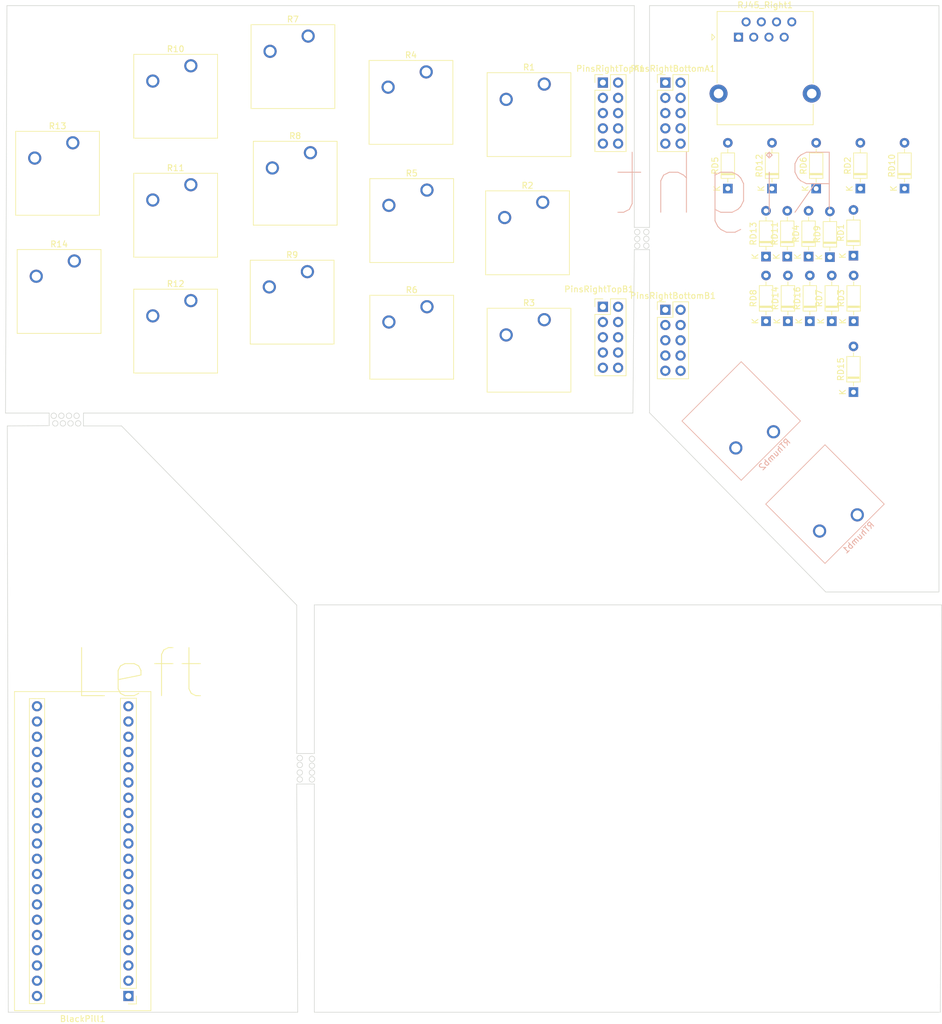
<source format=kicad_pcb>
(kicad_pcb (version 20211014) (generator pcbnew)
  (layers (0 "F.Cu" signal) (31 "B.Cu" signal) (34 "B.Paste" user) (35 "F.Paste" user) (36 "B.SilkS" user "B.Silkscreen") (37 "F.SilkS" user "F.Silkscreen") (38 "B.Mask" user) (39 "F.Mask" user) (44 "Edge.Cuts" user))
  (net 0 "")
  (net 1 "/RBC1")
  (net 2 "/RBC2")
  (net 3 "/RB1")
  (net 4 "/RB4")
  (net 5 "/RB2")
  (net 6 "/RB5")
  (net 7 "/RB3")
  (net 8 "/RB6")
  (net 11 "/RBC3")
  (net 12 "/RBC4")
  (net 13 "/RB7")
  (net 14 "/RB10")
  (net 15 "/RB8")
  (net 16 "/RB11")
  (net 17 "/RB9")
  (net 18 "/RB12")
  (net 19 "/RB13")
  (net 20 "/RB14")
  (net 21 "/RTC1")
  (net 22 "/RTC2")
  (net 23 "/RT1")
  (net 24 "/RT4")
  (net 25 "/RT2")
  (net 26 "/RT5")
  (net 27 "/RT3")
  (net 28 "/RT6")
  (net 31 "/RTC3")
  (net 32 "/RTC4")
  (net 33 "/RT7")
  (net 34 "/RT10")
  (net 35 "/RT8")
  (net 36 "/RT11")
  (net 37 "/RT9")
  (net 38 "/RT12")
  (net 39 "/RT13")
  (net 40 "/RT14")
  (net 41 "/RR1")
  (net 42 "/RR2")
  (net 43 "/RR3")
  (net 44 "/RR4")
  (net 45 "/RBT1")
  (net 46 "/RBT2")
  (net 47 "GNDREF")
  (footprint "Diode_THT:D_DO-35_SOD27_P7.62mm_Horizontal" (layer "F.Cu") (at 153.295 62.636 90)
    (fp_text reference "RD4" (at 3.81 -2.12 90) (layer "F.SilkS"))
    (fp_text value "DIODE")
    (fp_text user "K" (at 0 -1.8 90) (layer "F.SilkS"))
    (pad "1" thru_hole rect (at 0 0 90) (size 1.6 1.6) (drill 0.8) (layers *.Cu *.Mask) (net 14 "/RB10"))
    (pad "2" thru_hole oval (at 7.62 0 90) (size 1.6 1.6) (drill 0.8) (layers *.Cu *.Mask) (net 41 "/RR1"))
  )
  (footprint "Connector_PinHeader_2.54mm:PinHeader_2x05_P2.54mm_Vertical" (layer "F.Cu") (at 118.994 70.998)
    (fp_text reference "PinsRightTopB1" (at -0.63 -2.926) (layer "F.SilkS"))
    (fp_text value "Conn_02x05_Odd_Even")
    (pad "1" thru_hole rect (at 0 0) (size 1.7 1.7) (drill 1) (layers *.Cu *.Mask) (net 31 "/RTC3"))
    (pad "2" thru_hole oval (at 2.54 0) (size 1.7 1.7) (drill 1) (layers *.Cu *.Mask) (net 32 "/RTC4"))
    (pad "3" thru_hole oval (at 0 2.54) (size 1.7 1.7) (drill 1) (layers *.Cu *.Mask) (net 33 "/RT7"))
    (pad "4" thru_hole oval (at 2.54 2.54) (size 1.7 1.7) (drill 1) (layers *.Cu *.Mask) (net 34 "/RT10"))
    (pad "5" thru_hole oval (at 0 5.08) (size 1.7 1.7) (drill 1) (layers *.Cu *.Mask) (net 35 "/RT8"))
    (pad "6" thru_hole oval (at 2.54 5.08) (size 1.7 1.7) (drill 1) (layers *.Cu *.Mask) (net 36 "/RT11"))
    (pad "7" thru_hole oval (at 0 7.62) (size 1.7 1.7) (drill 1) (layers *.Cu *.Mask) (net 37 "/RT9"))
    (pad "8" thru_hole oval (at 2.54 7.62) (size 1.7 1.7) (drill 1) (layers *.Cu *.Mask) (net 38 "/RT12"))
    (pad "9" thru_hole oval (at 0 10.16) (size 1.7 1.7) (drill 1) (layers *.Cu *.Mask) (net 39 "/RT13"))
    (pad "10" thru_hole oval (at 2.54 10.16) (size 1.7 1.7) (drill 1) (layers *.Cu *.Mask) (net 40 "/RT14"))
  )
  (footprint "Diode_THT:D_DO-35_SOD27_P7.62mm_Horizontal" (layer "F.Cu") (at 156.845 62.738 90)
    (fp_text reference "RD9" (at 3.81 -2.12 90) (layer "F.SilkS"))
    (fp_text value "DIODE")
    (fp_text user "K" (at 0 -1.8 90) (layer "F.SilkS"))
    (pad "1" thru_hole rect (at 0 0 90) (size 1.6 1.6) (drill 0.8) (layers *.Cu *.Mask) (net 7 "/RB3"))
    (pad "2" thru_hole oval (at 7.62 0 90) (size 1.6 1.6) (drill 0.8) (layers *.Cu *.Mask) (net 43 "/RR3"))
  )
  (footprint "Connector_PinHeader_2.54mm:PinHeader_2x05_P2.54mm_Vertical" (layer "F.Cu") (at 129.408 71.501)
    (fp_text reference "PinsRightBottomB1" (at 1.27 -2.33) (layer "F.SilkS"))
    (fp_text value "Conn_02x05_Odd_Even")
    (pad "1" thru_hole rect (at 0 0) (size 1.7 1.7) (drill 1) (layers *.Cu *.Mask) (net 11 "/RBC3"))
    (pad "2" thru_hole oval (at 2.54 0) (size 1.7 1.7) (drill 1) (layers *.Cu *.Mask) (net 12 "/RBC4"))
    (pad "3" thru_hole oval (at 0 2.54) (size 1.7 1.7) (drill 1) (layers *.Cu *.Mask) (net 13 "/RB7"))
    (pad "4" thru_hole oval (at 2.54 2.54) (size 1.7 1.7) (drill 1) (layers *.Cu *.Mask) (net 14 "/RB10"))
    (pad "5" thru_hole oval (at 0 5.08) (size 1.7 1.7) (drill 1) (layers *.Cu *.Mask) (net 15 "/RB8"))
    (pad "6" thru_hole oval (at 2.54 5.08) (size 1.7 1.7) (drill 1) (layers *.Cu *.Mask) (net 16 "/RB11"))
    (pad "7" thru_hole oval (at 0 7.62) (size 1.7 1.7) (drill 1) (layers *.Cu *.Mask) (net 17 "/RB9"))
    (pad "8" thru_hole oval (at 2.54 7.62) (size 1.7 1.7) (drill 1) (layers *.Cu *.Mask) (net 18 "/RB12"))
    (pad "9" thru_hole oval (at 0 10.16) (size 1.7 1.7) (drill 1) (layers *.Cu *.Mask) (net 19 "/RB13"))
    (pad "10" thru_hole oval (at 2.54 10.16) (size 1.7 1.7) (drill 1) (layers *.Cu *.Mask) (net 20 "/RB14"))
  )
  (footprint "Diode_THT:D_DO-35_SOD27_P7.62mm_Horizontal" (layer "F.Cu") (at 146.195 62.636 90)
    (fp_text reference "RD13" (at 3.81 -2.12 90) (layer "F.SilkS"))
    (fp_text value "DIODE")
    (fp_text user "K" (at 0 -1.8 90) (layer "F.SilkS"))
    (pad "1" thru_hole rect (at 0 0 90) (size 1.6 1.6) (drill 0.8) (layers *.Cu *.Mask) (net 19 "/RB13"))
    (pad "2" thru_hole oval (at 7.62 0 90) (size 1.6 1.6) (drill 0.8) (layers *.Cu *.Mask) (net 44 "/RR4"))
  )
  (footprint "Button_Switch_Keyboard:SW_Cherry_MX_1.00u_PCB" (layer "F.Cu") (at 89.662 51.562)
    (fp_text reference "R5" (at -2.54 -2.794) (layer "F.SilkS"))
    (fp_text value "SW_Push")
    (pad "" np_thru_hole circle (at -7.62 5.08) (size 1.7 1.7) (drill 1.7) (layers *.Cu *.Mask))
    (pad "" np_thru_hole circle (at 2.54 5.08) (size 1.7 1.7) (drill 1.7) (layers *.Cu *.Mask))
    (pad "" np_thru_hole circle (at -2.54 5.08) (size 4 4) (drill 4) (layers *.Cu *.Mask))
    (pad "1" thru_hole circle (at 0 0) (size 2.2 2.2) (drill 1.5) (layers *.Cu *.Mask) (net 22 "/RTC2"))
    (pad "2" thru_hole circle (at -6.35 2.54) (size 2.2 2.2) (drill 1.5) (layers *.Cu *.Mask) (net 26 "/RT5"))
  )
  (footprint "Diode_THT:D_DO-35_SOD27_P7.62mm_Horizontal" (layer "F.Cu") (at 139.827 51.308 90)
    (fp_text reference "RD5" (at 3.81 -2.12 90) (layer "F.SilkS"))
    (fp_text value "DIODE")
    (fp_text user "K" (at 0 -1.8 90) (layer "F.SilkS"))
    (pad "1" thru_hole rect (at 0 0 90) (size 1.6 1.6) (drill 0.8) (layers *.Cu *.Mask) (net 5 "/RB2"))
    (pad "2" thru_hole oval (at 7.62 0 90) (size 1.6 1.6) (drill 0.8) (layers *.Cu *.Mask) (net 42 "/RR2"))
  )
  (footprint "Button_Switch_Keyboard:SW_Cherry_MX_1.00u_PCB" (layer "F.Cu") (at 69.723 65.151)
    (fp_text reference "R9" (at -2.54 -2.794) (layer "F.SilkS"))
    (fp_text value "SW_Push")
    (pad "" np_thru_hole circle (at -2.54 5.08) (size 4 4) (drill 4) (layers *.Cu *.Mask))
    (pad "" np_thru_hole circle (at -7.62 5.08) (size 1.7 1.7) (drill 1.7) (layers *.Cu *.Mask))
    (pad "" np_thru_hole circle (at 2.54 5.08) (size 1.7 1.7) (drill 1.7) (layers *.Cu *.Mask))
    (pad "1" thru_hole circle (at 0 0) (size 2.2 2.2) (drill 1.5) (layers *.Cu *.Mask) (net 31 "/RTC3"))
    (pad "2" thru_hole circle (at -6.35 2.54) (size 2.2 2.2) (drill 1.5) (layers *.Cu *.Mask) (net 37 "/RT9"))
  )
  (footprint "Button_Switch_Keyboard:SW_Cherry_MX_1.00u_PCB" (layer "F.Cu") (at 89.535 31.877)
    (fp_text reference "R4" (at -2.54 -2.794) (layer "F.SilkS"))
    (fp_text value "SW_Push")
    (pad "" np_thru_hole circle (at -2.54 5.08) (size 4 4) (drill 4) (layers *.Cu *.Mask))
    (pad "" np_thru_hole circle (at -7.62 5.08) (size 1.7 1.7) (drill 1.7) (layers *.Cu *.Mask))
    (pad "" np_thru_hole circle (at 2.54 5.08) (size 1.7 1.7) (drill 1.7) (layers *.Cu *.Mask))
    (pad "1" thru_hole circle (at 0 0) (size 2.2 2.2) (drill 1.5) (layers *.Cu *.Mask) (net 22 "/RTC2"))
    (pad "2" thru_hole circle (at -6.35 2.54) (size 2.2 2.2) (drill 1.5) (layers *.Cu *.Mask) (net 24 "/RT4"))
  )
  (footprint "Diode_THT:D_DO-35_SOD27_P7.62mm_Horizontal" (layer "F.Cu") (at 147.193 51.308 90)
    (fp_text reference "RD12" (at 3.81 -2.12 90) (layer "F.SilkS"))
    (fp_text value "DIODE")
    (fp_text user "K" (at 0 -1.8 90) (layer "F.SilkS"))
    (pad "1" thru_hole rect (at 0 0 90) (size 1.6 1.6) (drill 0.8) (layers *.Cu *.Mask) (net 18 "/RB12"))
    (pad "2" thru_hole oval (at 7.62 0 90) (size 1.6 1.6) (drill 0.8) (layers *.Cu *.Mask) (net 43 "/RR3"))
  )
  (footprint "Button_Switch_Keyboard:SW_Cherry_MX_1.00u_PCB" (layer "F.Cu") (at 89.662 70.993)
    (fp_text reference "R6" (at -2.54 -2.794) (layer "F.SilkS"))
    (fp_text value "SW_Push")
    (pad "" np_thru_hole circle (at -2.54 5.08) (size 4 4) (drill 4) (layers *.Cu *.Mask))
    (pad "" np_thru_hole circle (at -7.62 5.08) (size 1.7 1.7) (drill 1.7) (layers *.Cu *.Mask))
    (pad "" np_thru_hole circle (at 2.54 5.08) (size 1.7 1.7) (drill 1.7) (layers *.Cu *.Mask))
    (pad "1" thru_hole circle (at 0 0) (size 2.2 2.2) (drill 1.5) (layers *.Cu *.Mask) (net 22 "/RTC2"))
    (pad "2" thru_hole circle (at -6.35 2.54) (size 2.2 2.2) (drill 1.5) (layers *.Cu *.Mask) (net 28 "/RT6"))
  )
  (footprint "Button_Switch_Keyboard:SW_Cherry_MX_1.00u_PCB" (layer "F.Cu") (at 50.292 30.861)
    (fp_text reference "R10" (at -2.54 -2.794) (layer "F.SilkS"))
    (fp_text value "SW_Push")
    (pad "" np_thru_hole circle (at 2.54 5.08) (size 1.7 1.7) (drill 1.7) (layers *.Cu *.Mask))
    (pad "" np_thru_hole circle (at -7.62 5.08) (size 1.7 1.7) (drill 1.7) (layers *.Cu *.Mask))
    (pad "" np_thru_hole circle (at -2.54 5.08) (size 4 4) (drill 4) (layers *.Cu *.Mask))
    (pad "1" thru_hole circle (at 0 0) (size 2.2 2.2) (drill 1.5) (layers *.Cu *.Mask) (net 32 "/RTC4"))
    (pad "2" thru_hole circle (at -6.35 2.54) (size 2.2 2.2) (drill 1.5) (layers *.Cu *.Mask) (net 34 "/RT10"))
  )
  (footprint "Connector_PinHeader_2.54mm:PinHeader_2x05_P2.54mm_Vertical" (layer "F.Cu") (at 118.994 33.66)
    (fp_text reference "PinsRightTopA1" (at 1.27 -2.33) (layer "F.SilkS"))
    (fp_text value "Conn_02x05_Odd_Even")
    (pad "1" thru_hole rect (at 0 0) (size 1.7 1.7) (drill 1) (layers *.Cu *.Mask) (net 21 "/RTC1"))
    (pad "2" thru_hole oval (at 2.54 0) (size 1.7 1.7) (drill 1) (layers *.Cu *.Mask) (net 22 "/RTC2"))
    (pad "3" thru_hole oval (at 0 2.54) (size 1.7 1.7) (drill 1) (layers *.Cu *.Mask) (net 23 "/RT1"))
    (pad "4" thru_hole oval (at 2.54 2.54) (size 1.7 1.7) (drill 1) (layers *.Cu *.Mask) (net 24 "/RT4"))
    (pad "5" thru_hole oval (at 0 5.08) (size 1.7 1.7) (drill 1) (layers *.Cu *.Mask) (net 25 "/RT2"))
    (pad "6" thru_hole oval (at 2.54 5.08) (size 1.7 1.7) (drill 1) (layers *.Cu *.Mask) (net 26 "/RT5"))
    (pad "7" thru_hole oval (at 0 7.62) (size 1.7 1.7) (drill 1) (layers *.Cu *.Mask) (net 27 "/RT3"))
    (pad "8" thru_hole oval (at 2.54 7.62) (size 1.7 1.7) (drill 1) (layers *.Cu *.Mask) (net 28 "/RT6"))
    (pad "9" thru_hole oval (at 0 10.16) (size 1.7 1.7) (drill 1) (layers *.Cu *.Mask))
    (pad "10" thru_hole oval (at 2.54 10.16) (size 1.7 1.7) (drill 1) (layers *.Cu *.Mask))
  )
  (footprint "Button_Switch_Keyboard:SW_Cherry_MX_1.00u_PCB" (layer "F.Cu") (at 109.22 73.152)
    (fp_text reference "R3" (at -2.54 -2.794) (layer "F.SilkS"))
    (fp_text value "SW_Push")
    (pad "" np_thru_hole circle (at -7.62 5.08) (size 1.7 1.7) (drill 1.7) (layers *.Cu *.Mask))
    (pad "" np_thru_hole circle (at -2.54 5.08) (size 4 4) (drill 4) (layers *.Cu *.Mask))
    (pad "" np_thru_hole circle (at 2.54 5.08) (size 1.7 1.7) (drill 1.7) (layers *.Cu *.Mask))
    (pad "1" thru_hole circle (at 0 0) (size 2.2 2.2) (drill 1.5) (layers *.Cu *.Mask) (net 21 "/RTC1"))
    (pad "2" thru_hole circle (at -6.35 2.54) (size 2.2 2.2) (drill 1.5) (layers *.Cu *.Mask) (net 27 "/RT3"))
  )
  (footprint "Button_Switch_Keyboard:SW_Cherry_MX_1.00u_PCB" (layer "F.Cu") (at 108.966 53.594)
    (fp_text reference "R2" (at -2.54 -2.794) (layer "F.SilkS"))
    (fp_text value "SW_Push")
    (pad "" np_thru_hole circle (at 2.54 5.08) (size 1.7 1.7) (drill 1.7) (layers *.Cu *.Mask))
    (pad "" np_thru_hole circle (at -7.62 5.08) (size 1.7 1.7) (drill 1.7) (layers *.Cu *.Mask))
    (pad "" np_thru_hole circle (at -2.54 5.08) (size 4 4) (drill 4) (layers *.Cu *.Mask))
    (pad "1" thru_hole circle (at 0 0) (size 2.2 2.2) (drill 1.5) (layers *.Cu *.Mask) (net 21 "/RTC1"))
    (pad "2" thru_hole circle (at -6.35 2.54) (size 2.2 2.2) (drill 1.5) (layers *.Cu *.Mask) (net 25 "/RT2"))
  )
  (footprint "Diode_THT:D_DO-35_SOD27_P7.62mm_Horizontal" (layer "F.Cu") (at 160.782 62.484 90)
    (fp_text reference "RD1" (at 3.81 -2.12 90) (layer "F.SilkS"))
    (fp_text value "DIODE")
    (fp_text user "K" (at 0 -1.8 90) (layer "F.SilkS"))
    (pad "1" thru_hole rect (at 0 0 90) (size 1.6 1.6) (drill 0.8) (layers *.Cu *.Mask) (net 3 "/RB1"))
    (pad "2" thru_hole oval (at 7.62 0 90) (size 1.6 1.6) (drill 0.8) (layers *.Cu *.Mask) (net 41 "/RR1"))
  )
  (footprint "Diode_THT:D_DO-35_SOD27_P7.62mm_Horizontal" (layer "F.Cu") (at 160.782 85.217 90)
    (fp_text reference "RD15" (at 3.81 -2.12 90) (layer "F.SilkS"))
    (fp_text value "DIODE")
    (fp_text user "K" (at 0 -1.8 90) (layer "F.SilkS"))
    (pad "1" thru_hole rect (at 0 0 90) (size 1.6 1.6) (drill 0.8) (layers *.Cu *.Mask) (net 45 "/RBT1"))
    (pad "2" thru_hole oval (at 7.62 0 90) (size 1.6 1.6) (drill 0.8) (layers *.Cu *.Mask) (net 44 "/RR4"))
  )
  (footprint "Diode_THT:D_DO-35_SOD27_P7.62mm_Horizontal" (layer "F.Cu") (at 157.157 73.406 90)
    (fp_text reference "RD7" (at 3.81 -2.12 90) (layer "F.SilkS"))
    (fp_text value "DIODE")
    (fp_text user "K" (at 0 -1.8 90) (layer "F.SilkS"))
    (pad "1" thru_hole rect (at 0 0 90) (size 1.6 1.6) (drill 0.8) (layers *.Cu *.Mask) (net 15 "/RB8"))
    (pad "2" thru_hole oval (at 7.62 0 90) (size 1.6 1.6) (drill 0.8) (layers *.Cu *.Mask) (net 42 "/RR2"))
  )
  (footprint "Button_Switch_Keyboard:SW_Cherry_MX_1.00u_PCB" (layer "F.Cu") (at 50.292 69.977)
    (fp_text reference "R12" (at -2.54 -2.794) (layer "F.SilkS"))
    (fp_text value "SW_Push")
    (pad "" np_thru_hole circle (at 2.54 5.08) (size 1.7 1.7) (drill 1.7) (layers *.Cu *.Mask))
    (pad "" np_thru_hole circle (at -2.54 5.08) (size 4 4) (drill 4) (layers *.Cu *.Mask))
    (pad "" np_thru_hole circle (at -7.62 5.08) (size 1.7 1.7) (drill 1.7) (layers *.Cu *.Mask))
    (pad "1" thru_hole circle (at 0 0) (size 2.2 2.2) (drill 1.5) (layers *.Cu *.Mask) (net 32 "/RTC4"))
    (pad "2" thru_hole circle (at -6.35 2.54) (size 2.2 2.2) (drill 1.5) (layers *.Cu *.Mask) (net 38 "/RT12"))
  )
  (footprint "wasp:YAAJ_WeAct_BlackPill_2" (layer "F.Cu") (at 39.878 185.801 180)
    (fp_text reference "BlackPill1" (at 7.62 -3.81) (layer "F.SilkS"))
    (fp_text value "YAAJ_WeAct_BlackPill_Part_Like" hide)
    (pad "1" thru_hole rect (at 0 0 180) (size 1.7 1.7) (drill 1) (layers *.Cu *.Mask))
    (pad "2" thru_hole circle (at 0 2.54 180) (size 1.7 1.7) (drill 1) (layers *.Cu *.Mask))
    (pad "3" thru_hole circle (at 0 5.08 180) (size 1.7 1.7) (drill 1) (layers *.Cu *.Mask))
    (pad "4" thru_hole circle (at 0 7.62 180) (size 1.7 1.7) (drill 1) (layers *.Cu *.Mask))
    (pad "5" thru_hole circle (at 0 10.16 180) (size 1.7 1.7) (drill 1) (layers *.Cu *.Mask))
    (pad "6" thru_hole circle (at 0 12.7 180) (size 1.7 1.7) (drill 1) (layers *.Cu *.Mask))
    (pad "7" thru_hole circle (at 0 15.24 180) (size 1.7 1.7) (drill 1) (layers *.Cu *.Mask))
    (pad "8" thru_hole circle (at 0 17.78 180) (size 1.7 1.7) (drill 1) (layers *.Cu *.Mask))
    (pad "9" thru_hole circle (at 0 20.32 180) (size 1.7 1.7) (drill 1) (layers *.Cu *.Mask))
    (pad "10" thru_hole circle (at 0 22.86 180) (size 1.7 1.7) (drill 1) (layers *.Cu *.Mask))
    (pad "11" thru_hole circle (at 0 25.4 180) (size 1.7 1.7) (drill 1) (layers *.Cu *.Mask))
    (pad "12" thru_hole circle (at 0 27.94 180) (size 1.7 1.7) (drill 1) (layers *.Cu *.Mask))
    (pad "13" thru_hole circle (at 0 30.48 180) (size 1.7 1.7) (drill 1) (layers *.Cu *.Mask))
    (pad "14" thru_hole circle (at 0 33.02 180) (size 1.7 1.7) (drill 1) (layers *.Cu *.Mask))
    (pad "15" thru_hole circle (at 0 35.56 180) (size 1.7 1.7) (drill 1) (layers *.Cu *.Mask))
    (pad "16" thru_hole circle (at 0 38.1 180) (size 1.7 1.7) (drill 1) (layers *.Cu *.Mask))
    (pad "17" thru_hole circle (at 0 40.64 180) (size 1.7 1.7) (drill 1) (layers *.Cu *.Mask))
    (pad "18" thru_hole circle (at 0 43.18 180) (size 1.7 1.7) (drill 1) (layers *.Cu *.Mask))
    (pad "19" thru_hole circle (at 0 45.72 180) (size 1.7 1.7) (drill 1) (layers *.Cu *.Mask))
    (pad "20" thru_hole circle (at 0 48.26 180) (size 1.7 1.7) (drill 1) (layers *.Cu *.Mask))
    (pad "21" thru_hole circle (at 15.24 48.26 180) (size 1.7 1.7) (drill 1) (layers *.Cu *.Mask))
    (pad "22" thru_hole circle (at 15.24 45.72 180) (size 1.7 1.7) (drill 1) (layers *.Cu *.Mask))
    (pad "23" thru_hole circle (at 15.24 43.18 180) (size 1.7 1.7) (drill 1) (layers *.Cu *.Mask))
    (pad "24" thru_hole circle (at 15.24 40.64 180) (size 1.7 1.7) (drill 1) (layers *.Cu *.Mask))
    (pad "25" thru_hole circle (at 15.24 38.1 180) (size 1.7 1.7) (drill 1) (layers *.Cu *.Mask))
    (pad "26" thru_hole circle (at 15.24 35.56 180) (size 1.7 1.7) (drill 1) (layers *.Cu *.Mask))
    (pad "27" thru_hole circle (at 15.24 33.02 180) (size 1.7 1.7) (drill 1) (layers *.Cu *.Mask))
    (pad "28" thru_hole circle (at 15.24 30.48 180) (size 1.7 1.7) (drill 1) (layers *.Cu *.Mask))
    (pad "29" thru_hole circle (at 15.24 27.94 180) (size 1.7 1.7) (drill 1) (layers *.Cu *.Mask))
    (pad "30" thru_hole circle (at 15.24 25.4 180) (size 1.7 1.7) (drill 1) (layers *.Cu *.Mask))
    (pad "31" thru_hole circle (at 15.24 22.86 180) (size 1.7 1.7) (drill 1) (layers *.Cu *.Mask))
    (pad "32" thru_hole circle (at 15.24 20.32 180) (size 1.7 1.7) (drill 1) (layers *.Cu *.Mask))
    (pad "33" thru_hole circle (at 15.24 17.78 180) (size 1.7 1.7) (drill 1) (layers *.Cu *.Mask))
    (pad "34" thru_hole circle (at 15.24 15.24 180) (size 1.7 1.7) (drill 1) (layers *.Cu *.Mask))
    (pad "35" thru_hole circle (at 15.24 12.7 180) (size 1.7 1.7) (drill 1) (layers *.Cu *.Mask))
    (pad "36" thru_hole circle (at 15.24 10.16 180) (size 1.7 1.7) (drill 1) (layers *.Cu *.Mask))
    (pad "37" thru_hole circle (at 15.24 7.62 180) (size 1.7 1.7) (drill 1) (layers *.Cu *.Mask))
    (pad "38" thru_hole circle (at 15.24 5.08 180) (size 1.7 1.7) (drill 1) (layers *.Cu *.Mask))
    (pad "39" thru_hole circle (at 15.24 2.54 180) (size 1.7 1.7) (drill 1) (layers *.Cu *.Mask))
    (pad "40" thru_hole circle (at 15.24 0 180) (size 1.7 1.7) (drill 1) (layers *.Cu *.Mask))
  )
  (footprint "Diode_THT:D_DO-35_SOD27_P7.62mm_Horizontal" (layer "F.Cu") (at 153.503 73.406 90)
    (fp_text reference "RD16" (at 3.81 -2.12 90) (layer "F.SilkS"))
    (fp_text value "DIODE")
    (fp_text user "K" (at 0 -1.8 90) (layer "F.SilkS"))
    (pad "1" thru_hole rect (at 0 0 90) (size 1.6 1.6) (drill 0.8) (layers *.Cu *.Mask) (net 46 "/RBT2"))
    (pad "2" thru_hole oval (at 7.62 0 90) (size 1.6 1.6) (drill 0.8) (layers *.Cu *.Mask) (net 44 "/RR4"))
  )
  (footprint "Diode_THT:D_DO-35_SOD27_P7.62mm_Horizontal" (layer "F.Cu") (at 161.925 51.308 90)
    (fp_text reference "RD2" (at 3.81 -2.12 90) (layer "F.SilkS"))
    (fp_text value "DIODE")
    (fp_text user "K" (at 0 -1.8 90) (layer "F.SilkS"))
    (pad "1" thru_hole rect (at 0 0 90) (size 1.6 1.6) (drill 0.8) (layers *.Cu *.Mask) (net 4 "/RB4"))
    (pad "2" thru_hole oval (at 7.62 0 90) (size 1.6 1.6) (drill 0.8) (layers *.Cu *.Mask) (net 41 "/RR1"))
  )
  (footprint "Button_Switch_Keyboard:SW_Cherry_MX_1.00u_PCB" (layer "F.Cu") (at 30.607 43.688)
    (fp_text reference "R13" (at -2.54 -2.794) (layer "F.SilkS"))
    (fp_text value "SW_Push")
    (pad "" np_thru_hole circle (at -2.54 5.08) (size 4 4) (drill 4) (layers *.Cu *.Mask))
    (pad "" np_thru_hole circle (at -7.62 5.08) (size 1.7 1.7) (drill 1.7) (layers *.Cu *.Mask))
    (pad "" np_thru_hole circle (at 2.54 5.08) (size 1.7 1.7) (drill 1.7) (layers *.Cu *.Mask))
    (pad "1" thru_hole circle (at 0 0) (size 2.2 2.2) (drill 1.5) (layers *.Cu *.Mask) (net 31 "/RTC3"))
    (pad "2" thru_hole circle (at -6.35 2.54) (size 2.2 2.2) (drill 1.5) (layers *.Cu *.Mask) (net 39 "/RT13"))
  )
  (footprint "Button_Switch_Keyboard:SW_Cherry_MX_1.00u_PCB" (layer "F.Cu") (at 69.85 25.908)
    (fp_text reference "R7" (at -2.54 -2.794) (layer "F.SilkS"))
    (fp_text value "SW_Push")
    (pad "" np_thru_hole circle (at 2.54 5.08) (size 1.7 1.7) (drill 1.7) (layers *.Cu *.Mask))
    (pad "" np_thru_hole circle (at -2.54 5.08) (size 4 4) (drill 4) (layers *.Cu *.Mask))
    (pad "" np_thru_hole circle (at -7.62 5.08) (size 1.7 1.7) (drill 1.7) (layers *.Cu *.Mask))
    (pad "1" thru_hole circle (at 0 0) (size 2.2 2.2) (drill 1.5) (layers *.Cu *.Mask) (net 31 "/RTC3"))
    (pad "2" thru_hole circle (at -6.35 2.54) (size 2.2 2.2) (drill 1.5) (layers *.Cu *.Mask) (net 33 "/RT7"))
  )
  (footprint "Diode_THT:D_DO-35_SOD27_P7.62mm_Horizontal" (layer "F.Cu") (at 146.195 73.406 90)
    (fp_text reference "RD8" (at 3.81 -2.12 90) (layer "F.SilkS"))
    (fp_text value "DIODE")
    (fp_text user "K" (at 0 -1.8 90) (layer "F.SilkS"))
    (pad "1" thru_hole rect (at 0 0 90) (size 1.6 1.6) (drill 0.8) (layers *.Cu *.Mask) (net 16 "/RB11"))
    (pad "2" thru_hole oval (at 7.62 0 90) (size 1.6 1.6) (drill 0.8) (layers *.Cu *.Mask) (net 42 "/RR2"))
  )
  (footprint "Diode_THT:D_DO-35_SOD27_P7.62mm_Horizontal" (layer "F.Cu") (at 154.559 51.308 90)
    (fp_text reference "RD6" (at 3.81 -2.12 90) (layer "F.SilkS"))
    (fp_text value "DIODE")
    (fp_text user "K" (at 0 -1.8 90) (layer "F.SilkS"))
    (pad "1" thru_hole rect (at 0 0 90) (size 1.6 1.6) (drill 0.8) (layers *.Cu *.Mask) (net 6 "/RB5"))
    (pad "2" thru_hole oval (at 7.62 0 90) (size 1.6 1.6) (drill 0.8) (layers *.Cu *.Mask) (net 42 "/RR2"))
  )
  (footprint "Button_Switch_Keyboard:SW_Cherry_MX_1.00u_PCB" (layer "F.Cu") (at 50.292 50.673)
    (fp_text reference "R11" (at -2.54 -2.794) (layer "F.SilkS"))
    (fp_text value "SW_Push")
    (pad "" np_thru_hole circle (at -7.62 5.08) (size 1.7 1.7) (drill 1.7) (layers *.Cu *.Mask))
    (pad "" np_thru_hole circle (at 2.54 5.08) (size 1.7 1.7) (drill 1.7) (layers *.Cu *.Mask))
    (pad "" np_thru_hole circle (at -2.54 5.08) (size 4 4) (drill 4) (layers *.Cu *.Mask))
    (pad "1" thru_hole circle (at 0 0) (size 2.2 2.2) (drill 1.5) (layers *.Cu *.Mask) (net 32 "/RTC4"))
    (pad "2" thru_hole circle (at -6.35 2.54) (size 2.2 2.2) (drill 1.5) (layers *.Cu *.Mask) (net 36 "/RT11"))
  )
  (footprint "Diode_THT:D_DO-35_SOD27_P7.62mm_Horizontal" (layer "F.Cu") (at 160.811 73.406 90)
    (fp_text reference "RD3" (at 3.81 -2.12 90) (layer "F.SilkS"))
    (fp_text value "DIODE")
    (fp_text user "K" (at 0 -1.8 90) (layer "F.SilkS"))
    (pad "1" thru_hole rect (at 0 0 90) (size 1.6 1.6) (drill 0.8) (layers *.Cu *.Mask) (net 13 "/RB7"))
    (pad "2" thru_hole oval (at 7.62 0 90) (size 1.6 1.6) (drill 0.8) (layers *.Cu *.Mask) (net 41 "/RR1"))
  )
  (footprint "Diode_THT:D_DO-35_SOD27_P7.62mm_Horizontal" (layer "F.Cu") (at 149.745 62.636 90)
    (fp_text reference "RD11" (at 3.81 -2.12 90) (layer "F.SilkS"))
    (fp_text value "DIODE")
    (fp_text user "K" (at 0 -1.8 90) (layer "F.SilkS"))
    (pad "1" thru_hole rect (at 0 0 90) (size 1.6 1.6) (drill 0.8) (layers *.Cu *.Mask) (net 17 "/RB9"))
    (pad "2" thru_hole oval (at 7.62 0 90) (size 1.6 1.6) (drill 0.8) (layers *.Cu *.Mask) (net 43 "/RR3"))
  )
  (footprint "Connector_PinHeader_2.54mm:PinHeader_2x05_P2.54mm_Vertical" (layer "F.Cu") (at 129.408 33.66)
    (fp_text reference "PinsRightBottomA1" (at 1.27 -2.33) (layer "F.SilkS"))
    (fp_text value "Conn_02x05_Odd_Even")
    (pad "1" thru_hole rect (at 0 0) (size 1.7 1.7) (drill 1) (layers *.Cu *.Mask) (net 1 "/RBC1"))
    (pad "2" thru_hole oval (at 2.54 0) (size 1.7 1.7) (drill 1) (layers *.Cu *.Mask) (net 2 "/RBC2"))
    (pad "3" thru_hole oval (at 0 2.54) (size 1.7 1.7) (drill 1) (layers *.Cu *.Mask) (net 3 "/RB1"))
    (pad "4" thru_hole oval (at 2.54 2.54) (size 1.7 1.7) (drill 1) (layers *.Cu *.Mask) (net 4 "/RB4"))
    (pad "5" thru_hole oval (at 0 5.08) (size 1.7 1.7) (drill 1) (layers *.Cu *.Mask) (net 5 "/RB2"))
    (pad "6" thru_hole oval (at 2.54 5.08) (size 1.7 1.7) (drill 1) (layers *.Cu *.Mask) (net 6 "/RB5"))
    (pad "7" thru_hole oval (at 0 7.62) (size 1.7 1.7) (drill 1) (layers *.Cu *.Mask) (net 7 "/RB3"))
    (pad "8" thru_hole oval (at 2.54 7.62) (size 1.7 1.7) (drill 1) (layers *.Cu *.Mask) (net 8 "/RB6"))
    (pad "9" thru_hole oval (at 0 10.16) (size 1.7 1.7) (drill 1) (layers *.Cu *.Mask))
    (pad "10" thru_hole oval (at 2.54 10.16) (size 1.7 1.7) (drill 1) (layers *.Cu *.Mask))
  )
  (footprint "Diode_THT:D_DO-35_SOD27_P7.62mm_Horizontal" (layer "F.Cu") (at 169.291 51.308 90)
    (fp_text reference "RD10" (at 3.81 -2.12 90) (layer "F.SilkS"))
    (fp_text value "DIODE")
    (fp_text user "K" (at 0 -1.8 90) (layer "F.SilkS"))
    (pad "1" thru_hole rect (at 0 0 90) (size 1.6 1.6) (drill 0.8) (layers *.Cu *.Mask) (net 8 "/RB6"))
    (pad "2" thru_hole oval (at 7.62 0 90) (size 1.6 1.6) (drill 0.8) (layers *.Cu *.Mask) (net 43 "/RR3"))
  )
  (footprint "Button_Switch_Keyboard:SW_Cherry_MX_1.00u_PCB" (layer "F.Cu") (at 30.861 63.373)
    (fp_text reference "R14" (at -2.54 -2.794) (layer "F.SilkS"))
    (fp_text value "SW_Push")
    (pad "" np_thru_hole circle (at -7.62 5.08) (size 1.7 1.7) (drill 1.7) (layers *.Cu *.Mask))
    (pad "" np_thru_hole circle (at 2.54 5.08) (size 1.7 1.7) (drill 1.7) (layers *.Cu *.Mask))
    (pad "" np_thru_hole circle (at -2.54 5.08) (size 4 4) (drill 4) (layers *.Cu *.Mask))
    (pad "1" thru_hole circle (at 0 0) (size 2.2 2.2) (drill 1.5) (layers *.Cu *.Mask) (net 32 "/RTC4"))
    (pad "2" thru_hole circle (at -6.35 2.54) (size 2.2 2.2) (drill 1.5) (layers *.Cu *.Mask) (net 40 "/RT14"))
  )
  (footprint "Button_Switch_Keyboard:SW_Cherry_MX_1.00u_PCB" (layer "F.Cu") (at 70.231 45.339)
    (fp_text reference "R8" (at -2.54 -2.794) (layer "F.SilkS"))
    (fp_text value "SW_Push")
    (pad "" np_thru_hole circle (at -2.54 5.08) (size 4 4) (drill 4) (layers *.Cu *.Mask))
    (pad "" np_thru_hole circle (at 2.54 5.08) (size 1.7 1.7) (drill 1.7) (layers *.Cu *.Mask))
    (pad "" np_thru_hole circle (at -7.62 5.08) (size 1.7 1.7) (drill 1.7) (layers *.Cu *.Mask))
    (pad "1" thru_hole circle (at 0 0) (size 2.2 2.2) (drill 1.5) (layers *.Cu *.Mask) (net 31 "/RTC3"))
    (pad "2" thru_hole circle (at -6.35 2.54) (size 2.2 2.2) (drill 1.5) (layers *.Cu *.Mask) (net 35 "/RT8"))
  )
  (footprint "Diode_THT:D_DO-35_SOD27_P7.62mm_Horizontal" (layer "F.Cu") (at 149.849 73.406 90)
    (fp_text reference "RD14" (at 3.81 -2.12 90) (layer "F.SilkS"))
    (fp_text value "DIODE")
    (fp_text user "K" (at 0 -1.8 90) (layer "F.SilkS"))
    (pad "1" thru_hole rect (at 0 0 90) (size 1.6 1.6) (drill 0.8) (layers *.Cu *.Mask) (net 20 "/RB14"))
    (pad "2" thru_hole oval (at 7.62 0 90) (size 1.6 1.6) (drill 0.8) (layers *.Cu *.Mask) (net 44 "/RR4"))
  )
  (footprint "Connector_RJ:RJ45_Ninigi_GE" (layer "F.Cu") (at 141.605 26.087)
    (fp_text reference "RJ45_Right1" (at 4.445 -5.34) (layer "F.SilkS"))
    (fp_text value "8P8C_Shielded")
    (pad "" np_thru_hole circle (at 10.16 6.35 180) (size 3.25 3.25) (drill 3.25) (layers *.Cu *.Mask))
    (pad "" np_thru_hole circle (at -1.27 6.35) (size 3.25 3.25) (drill 3.25) (layers *.Cu *.Mask))
    (pad "1" thru_hole rect (at 0 0 180) (size 1.5 1.5) (drill 0.9) (layers *.Cu *.Mask) (net 1 "/RBC1"))
    (pad "2" thru_hole circle (at 1.27 -2.54 180) (size 1.5 1.5) (drill 0.9) (layers *.Cu *.Mask) (net 2 "/RBC2"))
    (pad "3" thru_hole circle (at 2.54 0 180) (size 1.5 1.5) (drill 0.9) (layers *.Cu *.Mask) (net 11 "/RBC3"))
    (pad "4" thru_hole circle (at 3.81 -2.54 180) (size 1.5 1.5) (drill 0.9) (layers *.Cu *.Mask) (net 12 "/RBC4"))
    (pad "5" thru_hole circle (at 5.08 0 180) (size 1.5 1.5) (drill 0.9) (layers *.Cu *.Mask) (net 41 "/RR1"))
    (pad "6" thru_hole circle (at 6.35 -2.54 180) (size 1.5 1.5) (drill 0.9) (layers *.Cu *.Mask) (net 42 "/RR2"))
    (pad "7" thru_hole circle (at 7.62 0 180) (size 1.5 1.5) (drill 0.9) (layers *.Cu *.Mask) (net 43 "/RR3"))
    (pad "8" thru_hole circle (at 8.89 -2.54 180) (size 1.5 1.5) (drill 0.9) (layers *.Cu *.Mask) (net 44 "/RR4"))
    (pad "SH" thru_hole circle (at 12.215 9.4 180) (size 3 3) (drill 1.6) (layers *.Cu *.Mask) (net 47 "GNDREF"))
    (pad "SH" thru_hole circle (at -3.325 9.4) (size 3 3) (drill 1.6) (layers *.Cu *.Mask) (net 47 "GNDREF"))
  )
  (footprint "Button_Switch_Keyboard:SW_Cherry_MX_1.00u_PCB" (layer "F.Cu") (at 109.22 33.909)
    (fp_text reference "R1" (at -2.54 -2.794) (layer "F.SilkS"))
    (fp_text value "SW_Push")
    (pad "" np_thru_hole circle (at 2.54 5.08) (size 1.7 1.7) (drill 1.7) (layers *.Cu *.Mask))
    (pad "" np_thru_hole circle (at -2.54 5.08) (size 4 4) (drill 4) (layers *.Cu *.Mask))
    (pad "" np_thru_hole circle (at -7.62 5.08) (size 1.7 1.7) (drill 1.7) (layers *.Cu *.Mask))
    (pad "1" thru_hole circle (at 0 0) (size 2.2 2.2) (drill 1.5) (layers *.Cu *.Mask) (net 21 "/RTC1"))
    (pad "2" thru_hole circle (at -6.35 2.54) (size 2.2 2.2) (drill 1.5) (layers *.Cu *.Mask) (net 23 "/RT1"))
  )
  (footprint "Button_Switch_Keyboard:SW_Cherry_MX_1.00u_PCB" (layer "B.Cu") (at 161.417 105.664 45)
    (fp_text reference "RThumb1" (at -2.54 2.794 45) (layer "B.SilkS") (effects (justify mirror)))
    (fp_text value "SW_Push")
    (pad "" np_thru_hole circle (at -2.54 -5.08 45) (size 4 4) (drill 4) (layers *.Cu *.Mask))
    (pad "" np_thru_hole circle (at -7.62 -5.08 45) (size 1.7 1.7) (drill 1.7) (layers *.Cu *.Mask))
    (pad "" np_thru_hole circle (at 2.54 -5.08 45) (size 1.7 1.7) (drill 1.7) (layers *.Cu *.Mask))
    (pad "1" thru_hole circle (at 0 0 45) (size 2.2 2.2) (drill 1.5) (layers *.Cu *.Mask) (net 2 "/RBC2"))
    (pad "2" thru_hole circle (at -6.35 -2.54 45) (size 2.2 2.2) (drill 1.5) (layers *.Cu *.Mask) (net 45 "/RBT1"))
  )
  (footprint "Button_Switch_Keyboard:SW_Cherry_MX_1.00u_PCB" (layer "B.Cu") (at 147.447 91.821 45)
    (fp_text reference "RThumb2" (at -2.54 2.794 45) (layer "B.SilkS") (effects (justify mirror)))
    (fp_text value "SW_Push")
    (pad "" np_thru_hole circle (at 2.54 -5.08 45) (size 1.7 1.7) (drill 1.7) (layers *.Cu *.Mask))
    (pad "" np_thru_hole circle (at -7.62 -5.08 45) (size 1.7 1.7) (drill 1.7) (layers *.Cu *.Mask))
    (pad "" np_thru_hole circle (at -2.54 -5.08 45) (size 4 4) (drill 4) (layers *.Cu *.Mask))
    (pad "1" thru_hole circle (at 0 0 45) (size 2.2 2.2) (drill 1.5) (layers *.Cu *.Mask) (net 1 "/RBC1"))
    (pad "2" thru_hole circle (at -6.35 -2.54 45) (size 2.2 2.2) (drill 1.5) (layers *.Cu *.Mask) (net 46 "/RBT2"))
  )
  (gr_circle (center 70.485 148.59) (end 70.739 148.971) (layer "Edge.Cuts") (width 0.1) (fill none))
  (gr_circle (center 70.485 149.733) (end 70.739 150.114) (layer "Edge.Cuts") (width 0.1) (fill none))
  (gr_line (start 19.39 88.705) (end 19.625 20.84) (layer "Edge.Cuts") (width 0.1))
  (gr_circle (center 27.432 89.154) (end 27.686 89.535) (layer "Edge.Cuts") (width 0.1) (fill none))
  (gr_line (start 126.775 88.659872) (end 126.775 61.48) (layer "Edge.Cuts") (width 0.1))
  (gr_circle (center 124.714 60.833) (end 124.968 61.214) (layer "Edge.Cuts") (width 0.1) (fill none))
  (gr_circle (center 68.453 147.32) (end 68.707 147.701) (layer "Edge.Cuts") (width 0.1) (fill none))
  (gr_line (start 26.67 88.705) (end 26.67 90.805) (layer "Edge.Cuts") (width 0.1))
  (gr_circle (center 28.956 90.424) (end 29.21 90.805) (layer "Edge.Cuts") (width 0.1) (fill none))
  (gr_circle (center 68.453 146.177) (end 68.707 146.558) (layer "Edge.Cuts") (width 0.1) (fill none))
  (gr_circle (center 68.453 149.733) (end 68.707 150.114) (layer "Edge.Cuts") (width 0.1) (fill none))
  (gr_line (start 70.885 188.515) (end 70.885 150.495) (layer "Edge.Cuts") (width 0.1))
  (gr_circle (center 31.496 90.424) (end 31.75 90.805) (layer "Edge.Cuts") (width 0.1) (fill none))
  (gr_line (start 19.685 90.850128) (end 26.67 90.805) (layer "Edge.Cuts") (width 0.1))
  (gr_line (start 70.885 120.65) (end 175.495 120.65) (layer "Edge.Cuts") (width 0.1))
  (gr_line (start 124.235 57.785) (end 126.775 57.785) (layer "Edge.Cuts") (width 0.1))
  (gr_circle (center 124.714 58.547) (end 124.968 58.928) (layer "Edge.Cuts") (width 0.1) (fill none))
  (gr_line (start 175.26 188.515) (end 70.885 188.515) (layer "Edge.Cuts") (width 0.1))
  (gr_line (start 70.885 145.415) (end 67.945 145.415) (layer "Edge.Cuts") (width 0.1))
  (gr_line (start 32.385 90.850128) (end 38.735 90.850128) (layer "Edge.Cuts") (width 0.1))
  (gr_line (start 19.625 20.84) (end 124.235 20.84) (layer "Edge.Cuts") (width 0.1))
  (gr_circle (center 70.485 146.304) (end 70.739 146.685) (layer "Edge.Cuts") (width 0.1) (fill none))
  (gr_line (start 124.235 61.48) (end 124 88.705) (layer "Edge.Cuts") (width 0.1))
  (gr_line (start 126.775 61.48) (end 124.235 61.48) (layer "Edge.Cuts") (width 0.1))
  (gr_circle (center 70.485 147.447) (end 70.739 147.828) (layer "Edge.Cuts") (width 0.1) (fill none))
  (gr_line (start 67.945 145.415) (end 67.945 120.695128) (layer "Edge.Cuts") (width 0.1))
  (gr_circle (center 30.226 90.424) (end 30.48 90.805) (layer "Edge.Cuts") (width 0.1) (fill none))
  (gr_line (start 32.385 88.705) (end 32.385 90.850128) (layer "Edge.Cuts") (width 0.1))
  (gr_line (start 68.11 188.515) (end 19.85 188.515) (layer "Edge.Cuts") (width 0.1))
  (gr_line (start 126.775 20.84) (end 175.035 20.84) (layer "Edge.Cuts") (width 0.1))
  (gr_line (start 175.035 118.504872) (end 156.15 118.504872) (layer "Edge.Cuts") (width 0.1))
  (gr_circle (center 126.238 60.833) (end 126.492 61.214) (layer "Edge.Cuts") (width 0.1) (fill none))
  (gr_circle (center 124.714 59.69) (end 124.968 60.071) (layer "Edge.Cuts") (width 0.1) (fill none))
  (gr_line (start 175.035 118.504872) (end 175.035 20.84) (layer "Edge.Cuts") (width 0.1))
  (gr_circle (center 31.242 89.154) (end 31.496 89.535) (layer "Edge.Cuts") (width 0.1) (fill none))
  (gr_circle (center 27.686 90.424) (end 27.94 90.805) (layer "Edge.Cuts") (width 0.1) (fill none))
  (gr_circle (center 126.238 59.69) (end 126.492 60.071) (layer "Edge.Cuts") (width 0.1) (fill none))
  (gr_line (start 67.945 150.495) (end 68.11 188.515) (layer "Edge.Cuts") (width 0.1))
  (gr_line (start 67.945 120.695128) (end 38.735 90.850128) (layer "Edge.Cuts") (width 0.1))
  (gr_circle (center 29.972 89.154) (end 30.226 89.535) (layer "Edge.Cuts") (width 0.1) (fill none))
  (gr_circle (center 126.238 58.547) (end 126.492 58.928) (layer "Edge.Cuts") (width 0.1) (fill none))
  (gr_line (start 19.685 90.850128) (end 19.85 188.515) (layer "Edge.Cuts") (width 0.1))
  (gr_circle (center 28.702 89.154) (end 28.956 89.535) (layer "Edge.Cuts") (width 0.1) (fill none))
  (gr_line (start 70.885 145.415) (end 70.885 120.65) (layer "Edge.Cuts") (width 0.1))
  (gr_line (start 126.775 88.659872) (end 156.15 118.504872) (layer "Edge.Cuts") (width 0.1))
  (gr_line (start 124.235 20.84) (end 124.235 57.785) (layer "Edge.Cuts") (width 0.1))
  (gr_line (start 67.945 150.495) (end 70.885 150.495) (layer "Edge.Cuts") (width 0.1))
  (gr_line (start 175.495 120.65) (end 175.26 188.515) (layer "Edge.Cuts") (width 0.1))
  (gr_line (start 19.39 88.705) (end 26.67 88.705) (layer "Edge.Cuts") (width 0.1))
  (gr_line (start 126.775 57.785) (end 126.775 20.84) (layer "Edge.Cuts") (width 0.1))
  (gr_line (start 124 88.705) (end 32.385 88.705) (layer "Edge.Cuts") (width 0.1))
  (gr_circle (center 68.453 148.59) (end 68.707 148.971) (layer "Edge.Cuts") (width 0.1) (fill none))
  (gr_text "Right" (at 139.833 50.634) (layer "B.SilkS") (effects (font (size 10 10)) (justify mirror)))
  (gr_text "Left" (at 41.402 132.08) (layer "F.SilkS") (effects (font (size 8 8))))
)
</source>
